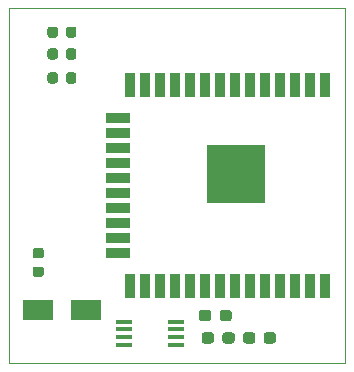
<source format=gbr>
%TF.GenerationSoftware,KiCad,Pcbnew,(5.1.6)-1*%
%TF.CreationDate,2021-09-30T15:23:07+02:00*%
%TF.ProjectId,Board,426f6172-642e-46b6-9963-61645f706362,rev?*%
%TF.SameCoordinates,PX367e320PY64168f0*%
%TF.FileFunction,Paste,Top*%
%TF.FilePolarity,Positive*%
%FSLAX46Y46*%
G04 Gerber Fmt 4.6, Leading zero omitted, Abs format (unit mm)*
G04 Created by KiCad (PCBNEW (5.1.6)-1) date 2021-09-30 15:23:07*
%MOMM*%
%LPD*%
G01*
G04 APERTURE LIST*
%TA.AperFunction,Profile*%
%ADD10C,0.050000*%
%TD*%
%ADD11R,1.450000X0.450000*%
%ADD12R,2.500000X1.800000*%
%ADD13R,5.000000X5.000000*%
%ADD14R,0.900000X2.000000*%
%ADD15R,2.000000X0.900000*%
G04 APERTURE END LIST*
D10*
X28500000Y0D02*
X0Y0D01*
X28500000Y30000000D02*
X28500000Y0D01*
X0Y30000000D02*
X28500000Y30000000D01*
X0Y0D02*
X0Y30000000D01*
D11*
X14200000Y3475000D03*
X14200000Y2825000D03*
X14200000Y2175000D03*
X14200000Y1525000D03*
X9800000Y1525000D03*
X9800000Y2175000D03*
X9800000Y2825000D03*
X9800000Y3475000D03*
D12*
X6500000Y4500000D03*
X2500000Y4500000D03*
G36*
G01*
X4850000Y23863750D02*
X4850000Y24376250D01*
G75*
G02*
X5068750Y24595000I218750J0D01*
G01*
X5506250Y24595000D01*
G75*
G02*
X5725000Y24376250I0J-218750D01*
G01*
X5725000Y23863750D01*
G75*
G02*
X5506250Y23645000I-218750J0D01*
G01*
X5068750Y23645000D01*
G75*
G02*
X4850000Y23863750I0J218750D01*
G01*
G37*
G36*
G01*
X3275000Y23863750D02*
X3275000Y24376250D01*
G75*
G02*
X3493750Y24595000I218750J0D01*
G01*
X3931250Y24595000D01*
G75*
G02*
X4150000Y24376250I0J-218750D01*
G01*
X4150000Y23863750D01*
G75*
G02*
X3931250Y23645000I-218750J0D01*
G01*
X3493750Y23645000D01*
G75*
G02*
X3275000Y23863750I0J218750D01*
G01*
G37*
G36*
G01*
X3275000Y25893750D02*
X3275000Y26406250D01*
G75*
G02*
X3493750Y26625000I218750J0D01*
G01*
X3931250Y26625000D01*
G75*
G02*
X4150000Y26406250I0J-218750D01*
G01*
X4150000Y25893750D01*
G75*
G02*
X3931250Y25675000I-218750J0D01*
G01*
X3493750Y25675000D01*
G75*
G02*
X3275000Y25893750I0J218750D01*
G01*
G37*
G36*
G01*
X4850000Y25893750D02*
X4850000Y26406250D01*
G75*
G02*
X5068750Y26625000I218750J0D01*
G01*
X5506250Y26625000D01*
G75*
G02*
X5725000Y26406250I0J-218750D01*
G01*
X5725000Y25893750D01*
G75*
G02*
X5506250Y25675000I-218750J0D01*
G01*
X5068750Y25675000D01*
G75*
G02*
X4850000Y25893750I0J218750D01*
G01*
G37*
G36*
G01*
X3275000Y27743750D02*
X3275000Y28256250D01*
G75*
G02*
X3493750Y28475000I218750J0D01*
G01*
X3931250Y28475000D01*
G75*
G02*
X4150000Y28256250I0J-218750D01*
G01*
X4150000Y27743750D01*
G75*
G02*
X3931250Y27525000I-218750J0D01*
G01*
X3493750Y27525000D01*
G75*
G02*
X3275000Y27743750I0J218750D01*
G01*
G37*
G36*
G01*
X4850000Y27743750D02*
X4850000Y28256250D01*
G75*
G02*
X5068750Y28475000I218750J0D01*
G01*
X5506250Y28475000D01*
G75*
G02*
X5725000Y28256250I0J-218750D01*
G01*
X5725000Y27743750D01*
G75*
G02*
X5506250Y27525000I-218750J0D01*
G01*
X5068750Y27525000D01*
G75*
G02*
X4850000Y27743750I0J218750D01*
G01*
G37*
G36*
G01*
X2756250Y7275000D02*
X2243750Y7275000D01*
G75*
G02*
X2025000Y7493750I0J218750D01*
G01*
X2025000Y7931250D01*
G75*
G02*
X2243750Y8150000I218750J0D01*
G01*
X2756250Y8150000D01*
G75*
G02*
X2975000Y7931250I0J-218750D01*
G01*
X2975000Y7493750D01*
G75*
G02*
X2756250Y7275000I-218750J0D01*
G01*
G37*
G36*
G01*
X2756250Y8850000D02*
X2243750Y8850000D01*
G75*
G02*
X2025000Y9068750I0J218750D01*
G01*
X2025000Y9506250D01*
G75*
G02*
X2243750Y9725000I218750J0D01*
G01*
X2756250Y9725000D01*
G75*
G02*
X2975000Y9506250I0J-218750D01*
G01*
X2975000Y9068750D01*
G75*
G02*
X2756250Y8850000I-218750J0D01*
G01*
G37*
D13*
X19255000Y16000000D03*
D14*
X26755000Y23500000D03*
X25485000Y23500000D03*
X24215000Y23500000D03*
X22945000Y23500000D03*
X21675000Y23500000D03*
X20405000Y23500000D03*
X19135000Y23500000D03*
X17865000Y23500000D03*
X16595000Y23500000D03*
X15325000Y23500000D03*
X14055000Y23500000D03*
X12785000Y23500000D03*
X11515000Y23500000D03*
X10245000Y23500000D03*
D15*
X9245000Y20715000D03*
X9245000Y19445000D03*
X9245000Y18175000D03*
X9245000Y16905000D03*
X9245000Y15635000D03*
X9245000Y14365000D03*
X9245000Y13095000D03*
X9245000Y11825000D03*
X9245000Y10555000D03*
X9245000Y9285000D03*
D14*
X10245000Y6500000D03*
X11515000Y6500000D03*
X12785000Y6500000D03*
X14055000Y6500000D03*
X15325000Y6500000D03*
X16595000Y6500000D03*
X17865000Y6500000D03*
X19135000Y6500000D03*
X20405000Y6500000D03*
X21675000Y6500000D03*
X22945000Y6500000D03*
X24215000Y6500000D03*
X25485000Y6500000D03*
X26755000Y6500000D03*
G36*
G01*
X18900000Y4237500D02*
X18900000Y3762500D01*
G75*
G02*
X18662500Y3525000I-237500J0D01*
G01*
X18087500Y3525000D01*
G75*
G02*
X17850000Y3762500I0J237500D01*
G01*
X17850000Y4237500D01*
G75*
G02*
X18087500Y4475000I237500J0D01*
G01*
X18662500Y4475000D01*
G75*
G02*
X18900000Y4237500I0J-237500D01*
G01*
G37*
G36*
G01*
X17150000Y4237500D02*
X17150000Y3762500D01*
G75*
G02*
X16912500Y3525000I-237500J0D01*
G01*
X16337500Y3525000D01*
G75*
G02*
X16100000Y3762500I0J237500D01*
G01*
X16100000Y4237500D01*
G75*
G02*
X16337500Y4475000I237500J0D01*
G01*
X16912500Y4475000D01*
G75*
G02*
X17150000Y4237500I0J-237500D01*
G01*
G37*
G36*
G01*
X16340000Y1871500D02*
X16340000Y2346500D01*
G75*
G02*
X16577500Y2584000I237500J0D01*
G01*
X17152500Y2584000D01*
G75*
G02*
X17390000Y2346500I0J-237500D01*
G01*
X17390000Y1871500D01*
G75*
G02*
X17152500Y1634000I-237500J0D01*
G01*
X16577500Y1634000D01*
G75*
G02*
X16340000Y1871500I0J237500D01*
G01*
G37*
G36*
G01*
X18090000Y1871500D02*
X18090000Y2346500D01*
G75*
G02*
X18327500Y2584000I237500J0D01*
G01*
X18902500Y2584000D01*
G75*
G02*
X19140000Y2346500I0J-237500D01*
G01*
X19140000Y1871500D01*
G75*
G02*
X18902500Y1634000I-237500J0D01*
G01*
X18327500Y1634000D01*
G75*
G02*
X18090000Y1871500I0J237500D01*
G01*
G37*
G36*
G01*
X19840000Y1871500D02*
X19840000Y2346500D01*
G75*
G02*
X20077500Y2584000I237500J0D01*
G01*
X20652500Y2584000D01*
G75*
G02*
X20890000Y2346500I0J-237500D01*
G01*
X20890000Y1871500D01*
G75*
G02*
X20652500Y1634000I-237500J0D01*
G01*
X20077500Y1634000D01*
G75*
G02*
X19840000Y1871500I0J237500D01*
G01*
G37*
G36*
G01*
X21590000Y1871500D02*
X21590000Y2346500D01*
G75*
G02*
X21827500Y2584000I237500J0D01*
G01*
X22402500Y2584000D01*
G75*
G02*
X22640000Y2346500I0J-237500D01*
G01*
X22640000Y1871500D01*
G75*
G02*
X22402500Y1634000I-237500J0D01*
G01*
X21827500Y1634000D01*
G75*
G02*
X21590000Y1871500I0J237500D01*
G01*
G37*
M02*

</source>
